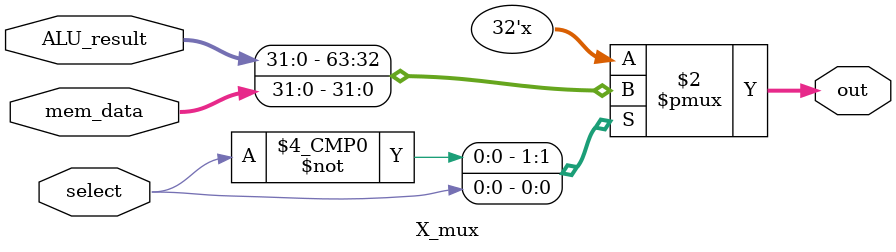
<source format=sv>
module X_mux(
	input [31:0] ALU_result,
	input [31:0] mem_data,
	input select,
	output reg [31:0] out
);

always_comb begin
	case(select)
		0: 		out = ALU_result;
		1: 		out = mem_data;
		default: out = 0;
	endcase
end

endmodule
</source>
